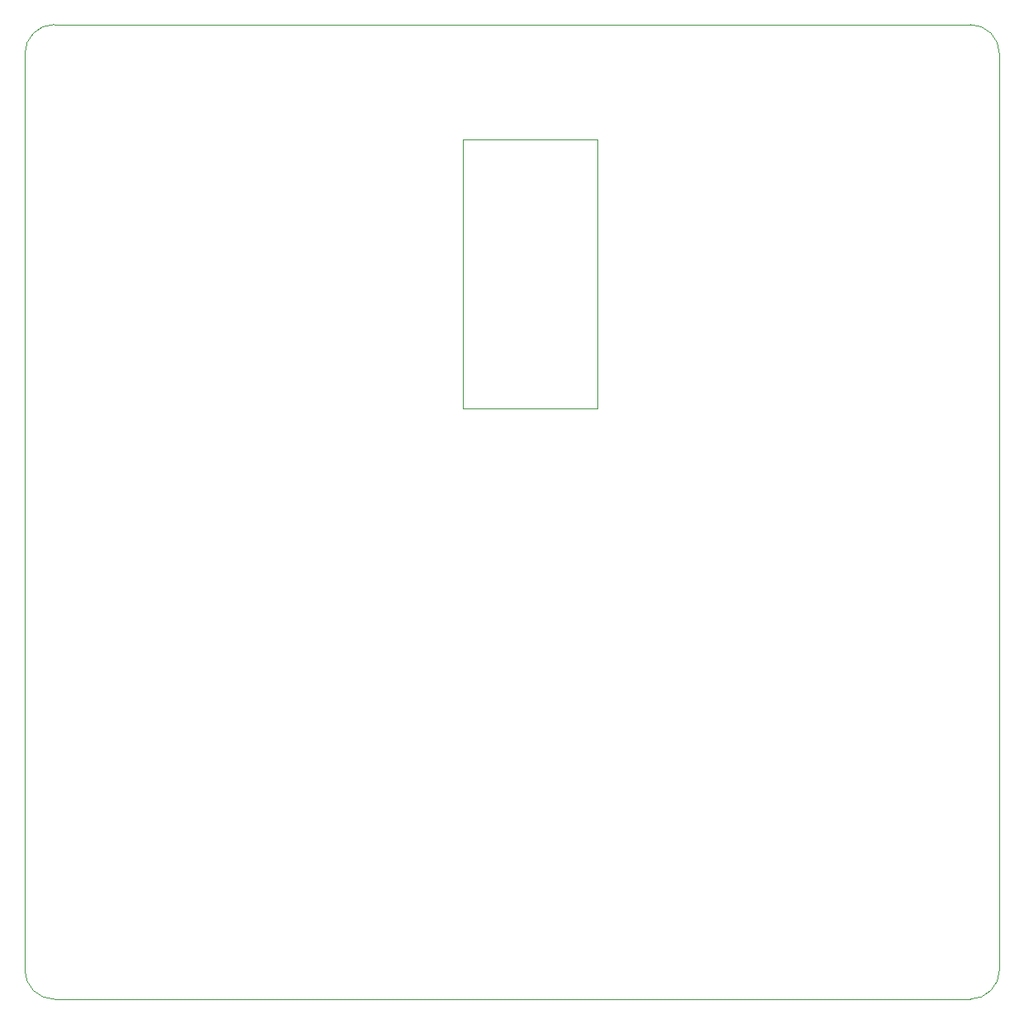
<source format=gm1>
G04 #@! TF.GenerationSoftware,KiCad,Pcbnew,8.0.8*
G04 #@! TF.CreationDate,2026-01-14T14:22:45+11:00*
G04 #@! TF.ProjectId,robotv1,726f626f-7476-4312-9e6b-696361645f70,2*
G04 #@! TF.SameCoordinates,Original*
G04 #@! TF.FileFunction,Profile,NP*
%FSLAX46Y46*%
G04 Gerber Fmt 4.6, Leading zero omitted, Abs format (unit mm)*
G04 Created by KiCad (PCBNEW 8.0.8) date 2026-01-14 14:22:45*
%MOMM*%
%LPD*%
G01*
G04 APERTURE LIST*
G04 #@! TA.AperFunction,Profile*
%ADD10C,0.100000*%
G04 #@! TD*
G04 #@! TA.AperFunction,Profile*
%ADD11C,0.010000*%
G04 #@! TD*
G04 APERTURE END LIST*
D10*
X3000000Y0D02*
G75*
G02*
X0Y3000000I0J3000000D01*
G01*
X0Y97000000D02*
G75*
G02*
X3000000Y100000000I3000000J0D01*
G01*
X0Y3000000D02*
X0Y97000000D01*
X100000000Y3000000D02*
G75*
G02*
X97000000Y0I-3000000J0D01*
G01*
X97000000Y100000000D02*
G75*
G02*
X100000000Y97000000I0J-3000000D01*
G01*
X97000000Y0D02*
X3000000Y0D01*
X3000000Y100000000D02*
X97000000Y100000000D01*
X100000000Y97000000D02*
X100000000Y3000000D01*
D11*
G04 #@! TO.C,S1*
X44945000Y88190000D02*
X58745000Y88190000D01*
X44945000Y60590000D02*
X44945000Y88190000D01*
X58745000Y88190000D02*
X58745000Y60590000D01*
X58745000Y60590000D02*
X44945000Y60590000D01*
G04 #@! TD*
M02*

</source>
